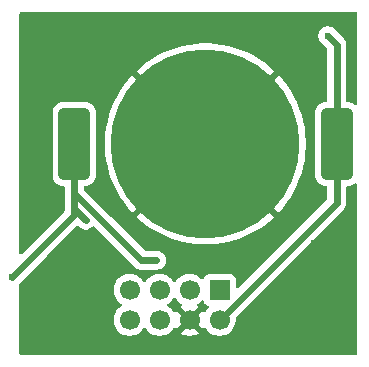
<source format=gbr>
%TF.GenerationSoftware,KiCad,Pcbnew,9.0.1*%
%TF.CreationDate,2025-08-08T13:51:02+02:00*%
%TF.ProjectId,remote,72656d6f-7465-42e6-9b69-6361645f7063,rev?*%
%TF.SameCoordinates,Original*%
%TF.FileFunction,Copper,L2,Bot*%
%TF.FilePolarity,Positive*%
%FSLAX46Y46*%
G04 Gerber Fmt 4.6, Leading zero omitted, Abs format (unit mm)*
G04 Created by KiCad (PCBNEW 9.0.1) date 2025-08-08 13:51:02*
%MOMM*%
%LPD*%
G01*
G04 APERTURE LIST*
G04 Aperture macros list*
%AMRoundRect*
0 Rectangle with rounded corners*
0 $1 Rounding radius*
0 $2 $3 $4 $5 $6 $7 $8 $9 X,Y pos of 4 corners*
0 Add a 4 corners polygon primitive as box body*
4,1,4,$2,$3,$4,$5,$6,$7,$8,$9,$2,$3,0*
0 Add four circle primitives for the rounded corners*
1,1,$1+$1,$2,$3*
1,1,$1+$1,$4,$5*
1,1,$1+$1,$6,$7*
1,1,$1+$1,$8,$9*
0 Add four rect primitives between the rounded corners*
20,1,$1+$1,$2,$3,$4,$5,0*
20,1,$1+$1,$4,$5,$6,$7,0*
20,1,$1+$1,$6,$7,$8,$9,0*
20,1,$1+$1,$8,$9,$2,$3,0*%
G04 Aperture macros list end*
%TA.AperFunction,SMDPad,CuDef*%
%ADD10RoundRect,0.397500X0.927500X2.652500X-0.927500X2.652500X-0.927500X-2.652500X0.927500X-2.652500X0*%
%TD*%
%TA.AperFunction,SMDPad,CuDef*%
%ADD11C,16.000000*%
%TD*%
%TA.AperFunction,ComponentPad*%
%ADD12R,1.700000X1.700000*%
%TD*%
%TA.AperFunction,ComponentPad*%
%ADD13C,1.700000*%
%TD*%
%TA.AperFunction,ViaPad*%
%ADD14C,0.600000*%
%TD*%
%TA.AperFunction,Conductor*%
%ADD15C,0.600000*%
%TD*%
%TA.AperFunction,Conductor*%
%ADD16C,0.300000*%
%TD*%
G04 APERTURE END LIST*
D10*
%TO.P,BT1,1,+*%
%TO.N,+3V3*%
X132775000Y-111650000D03*
X110525000Y-111650000D03*
D11*
%TO.P,BT1,2,-*%
%TO.N,GND*%
X121650000Y-111650000D03*
%TD*%
D12*
%TO.P,J1,1,Pin_1*%
%TO.N,/SWCLK*%
X122850000Y-124010000D03*
D13*
%TO.P,J1,2,Pin_2*%
%TO.N,+3V3*%
X122850000Y-126550000D03*
%TO.P,J1,3,Pin_3*%
%TO.N,/SWDIO*%
X120310000Y-124010000D03*
%TO.P,J1,4,Pin_4*%
%TO.N,GND*%
X120310000Y-126550000D03*
%TO.P,J1,5,Pin_5*%
%TO.N,/USART1_RX*%
X117770000Y-124010000D03*
%TO.P,J1,6,Pin_6*%
%TO.N,/SCL*%
X117770000Y-126550000D03*
%TO.P,J1,7,Pin_7*%
%TO.N,/USART1_TX*%
X115230000Y-124010000D03*
%TO.P,J1,8,Pin_8*%
%TO.N,/SDA*%
X115230000Y-126550000D03*
%TD*%
D14*
%TO.N,GND*%
X129800000Y-106100000D03*
%TO.N,+3V3*%
X117500000Y-121500000D03*
X111500000Y-118100000D03*
%TO.N,GND*%
X106900000Y-117700000D03*
X130800000Y-105700000D03*
%TO.N,+3V3*%
X132000000Y-102500000D03*
%TO.N,GND*%
X131400000Y-107500000D03*
%TO.N,+3V3*%
X105300000Y-122900000D03*
%TO.N,GND*%
X111400000Y-126100000D03*
X111500000Y-124600000D03*
X113350000Y-101800000D03*
X113200000Y-103275000D03*
X115300000Y-114500000D03*
X112750000Y-122775000D03*
X129975000Y-108125000D03*
X130850000Y-120025000D03*
X118875000Y-113950000D03*
X116900000Y-110200000D03*
X131750000Y-121850000D03*
X125650000Y-121175000D03*
X127650000Y-111775000D03*
X118575000Y-110225000D03*
X129500000Y-107225000D03*
%TD*%
D15*
%TO.N,+3V3*%
X110525000Y-115825000D02*
X116200000Y-121500000D01*
X110525000Y-114525000D02*
X110525000Y-115825000D01*
X116200000Y-121500000D02*
X117500000Y-121500000D01*
D16*
X110525000Y-111650000D02*
X110525000Y-114525000D01*
D15*
X110525000Y-117675000D02*
X105300000Y-122900000D01*
X110525000Y-111650000D02*
X110525000Y-117675000D01*
X110525000Y-117125000D02*
X111500000Y-118100000D01*
D16*
X110525000Y-111650000D02*
X110525000Y-117125000D01*
D15*
X132775000Y-103275000D02*
X132000000Y-102500000D01*
X132775000Y-111650000D02*
X132775000Y-103275000D01*
X132775000Y-111650000D02*
X132775000Y-116625000D01*
X132775000Y-116625000D02*
X122850000Y-126550000D01*
%TD*%
%TA.AperFunction,Conductor*%
%TO.N,GND*%
G36*
X134442539Y-100520185D02*
G01*
X134488294Y-100572989D01*
X134499500Y-100624500D01*
X134499500Y-108227417D01*
X134479815Y-108294456D01*
X134427011Y-108340211D01*
X134357853Y-108350155D01*
X134297464Y-108323783D01*
X134194284Y-108240229D01*
X134194283Y-108240228D01*
X134194280Y-108240226D01*
X134026087Y-108154527D01*
X134026086Y-108154526D01*
X134026085Y-108154526D01*
X133843750Y-108105670D01*
X133765349Y-108099500D01*
X133765344Y-108099500D01*
X133699500Y-108099500D01*
X133632461Y-108079815D01*
X133586706Y-108027011D01*
X133575500Y-107975500D01*
X133575500Y-103196157D01*
X133573229Y-103184743D01*
X133566418Y-103150500D01*
X133544738Y-103041503D01*
X133484394Y-102895821D01*
X133484392Y-102895818D01*
X133484390Y-102895814D01*
X133396789Y-102764711D01*
X133396786Y-102764707D01*
X132510292Y-101878213D01*
X132510288Y-101878210D01*
X132379185Y-101790609D01*
X132379172Y-101790602D01*
X132233501Y-101730264D01*
X132233489Y-101730261D01*
X132078845Y-101699500D01*
X132078842Y-101699500D01*
X131921158Y-101699500D01*
X131921155Y-101699500D01*
X131766510Y-101730261D01*
X131766498Y-101730264D01*
X131620827Y-101790602D01*
X131620814Y-101790609D01*
X131489711Y-101878210D01*
X131489707Y-101878213D01*
X131378213Y-101989707D01*
X131378210Y-101989711D01*
X131290609Y-102120814D01*
X131290602Y-102120827D01*
X131230264Y-102266498D01*
X131230261Y-102266510D01*
X131199500Y-102421153D01*
X131199500Y-102578846D01*
X131230261Y-102733489D01*
X131230264Y-102733501D01*
X131290602Y-102879172D01*
X131290609Y-102879185D01*
X131378210Y-103010288D01*
X131378213Y-103010292D01*
X131938181Y-103570259D01*
X131971666Y-103631582D01*
X131974500Y-103657940D01*
X131974500Y-107975500D01*
X131954815Y-108042539D01*
X131902011Y-108088294D01*
X131850500Y-108099500D01*
X131784650Y-108099500D01*
X131706250Y-108105670D01*
X131706249Y-108105670D01*
X131523914Y-108154526D01*
X131436415Y-108199109D01*
X131355720Y-108240226D01*
X131355718Y-108240227D01*
X131355715Y-108240229D01*
X131209021Y-108359021D01*
X131090229Y-108505715D01*
X131004526Y-108673914D01*
X130955670Y-108856249D01*
X130955670Y-108856250D01*
X130949500Y-108934650D01*
X130949500Y-114365349D01*
X130955670Y-114443749D01*
X130955670Y-114443750D01*
X130955671Y-114443752D01*
X131004527Y-114626087D01*
X131090226Y-114794280D01*
X131209021Y-114940979D01*
X131355720Y-115059774D01*
X131523913Y-115145473D01*
X131706248Y-115194329D01*
X131784656Y-115200500D01*
X131850500Y-115200500D01*
X131917539Y-115220185D01*
X131963294Y-115272989D01*
X131974500Y-115324500D01*
X131974500Y-116242059D01*
X131954815Y-116309098D01*
X131938181Y-116329740D01*
X124412180Y-123855741D01*
X124350857Y-123889226D01*
X124281165Y-123884242D01*
X124225232Y-123842370D01*
X124200815Y-123776906D01*
X124200499Y-123768060D01*
X124200499Y-123112129D01*
X124200498Y-123112123D01*
X124194091Y-123052516D01*
X124143797Y-122917671D01*
X124143793Y-122917664D01*
X124057547Y-122802455D01*
X124057544Y-122802452D01*
X123942335Y-122716206D01*
X123942328Y-122716202D01*
X123807482Y-122665908D01*
X123807483Y-122665908D01*
X123747883Y-122659501D01*
X123747881Y-122659500D01*
X123747873Y-122659500D01*
X123747864Y-122659500D01*
X121952129Y-122659500D01*
X121952123Y-122659501D01*
X121892516Y-122665908D01*
X121757671Y-122716202D01*
X121757664Y-122716206D01*
X121642455Y-122802452D01*
X121642452Y-122802455D01*
X121556206Y-122917664D01*
X121556203Y-122917669D01*
X121507189Y-123049083D01*
X121465317Y-123105016D01*
X121399853Y-123129433D01*
X121331580Y-123114581D01*
X121303326Y-123093430D01*
X121189786Y-122979890D01*
X121017820Y-122854951D01*
X120828414Y-122758444D01*
X120828413Y-122758443D01*
X120828412Y-122758443D01*
X120626243Y-122692754D01*
X120626241Y-122692753D01*
X120626240Y-122692753D01*
X120460502Y-122666503D01*
X120416287Y-122659500D01*
X120203713Y-122659500D01*
X120159498Y-122666503D01*
X119993760Y-122692753D01*
X119791585Y-122758444D01*
X119602179Y-122854951D01*
X119430213Y-122979890D01*
X119279890Y-123130213D01*
X119154949Y-123302182D01*
X119150484Y-123310946D01*
X119102509Y-123361742D01*
X119034688Y-123378536D01*
X118968553Y-123355998D01*
X118929516Y-123310946D01*
X118925050Y-123302182D01*
X118800109Y-123130213D01*
X118649786Y-122979890D01*
X118477820Y-122854951D01*
X118288414Y-122758444D01*
X118288413Y-122758443D01*
X118288412Y-122758443D01*
X118086243Y-122692754D01*
X118086241Y-122692753D01*
X118086240Y-122692753D01*
X117920502Y-122666503D01*
X117876287Y-122659500D01*
X117663713Y-122659500D01*
X117619498Y-122666503D01*
X117453760Y-122692753D01*
X117251585Y-122758444D01*
X117062179Y-122854951D01*
X116890213Y-122979890D01*
X116739890Y-123130213D01*
X116614949Y-123302182D01*
X116610484Y-123310946D01*
X116562509Y-123361742D01*
X116494688Y-123378536D01*
X116428553Y-123355998D01*
X116389516Y-123310946D01*
X116385050Y-123302182D01*
X116260109Y-123130213D01*
X116109786Y-122979890D01*
X115937820Y-122854951D01*
X115748414Y-122758444D01*
X115748413Y-122758443D01*
X115748412Y-122758443D01*
X115546243Y-122692754D01*
X115546241Y-122692753D01*
X115546240Y-122692753D01*
X115380502Y-122666503D01*
X115336287Y-122659500D01*
X115123713Y-122659500D01*
X115079498Y-122666503D01*
X114913760Y-122692753D01*
X114711585Y-122758444D01*
X114522179Y-122854951D01*
X114350213Y-122979890D01*
X114199890Y-123130213D01*
X114074951Y-123302179D01*
X113978444Y-123491585D01*
X113912753Y-123693760D01*
X113879500Y-123903713D01*
X113879500Y-124116286D01*
X113912753Y-124326239D01*
X113978444Y-124528414D01*
X114074951Y-124717820D01*
X114199890Y-124889786D01*
X114350213Y-125040109D01*
X114522182Y-125165050D01*
X114530946Y-125169516D01*
X114581742Y-125217491D01*
X114598536Y-125285312D01*
X114575998Y-125351447D01*
X114530946Y-125390484D01*
X114522182Y-125394949D01*
X114350213Y-125519890D01*
X114199890Y-125670213D01*
X114074951Y-125842179D01*
X113978444Y-126031585D01*
X113912753Y-126233760D01*
X113879500Y-126443713D01*
X113879500Y-126656286D01*
X113912753Y-126866239D01*
X113978444Y-127068414D01*
X114074951Y-127257820D01*
X114199890Y-127429786D01*
X114350213Y-127580109D01*
X114522179Y-127705048D01*
X114522181Y-127705049D01*
X114522184Y-127705051D01*
X114711588Y-127801557D01*
X114913757Y-127867246D01*
X115123713Y-127900500D01*
X115123714Y-127900500D01*
X115336286Y-127900500D01*
X115336287Y-127900500D01*
X115546243Y-127867246D01*
X115748412Y-127801557D01*
X115937816Y-127705051D01*
X115992572Y-127665269D01*
X116109786Y-127580109D01*
X116109788Y-127580106D01*
X116109792Y-127580104D01*
X116260104Y-127429792D01*
X116260106Y-127429788D01*
X116260109Y-127429786D01*
X116385048Y-127257820D01*
X116385047Y-127257820D01*
X116385051Y-127257816D01*
X116389514Y-127249054D01*
X116437488Y-127198259D01*
X116505308Y-127181463D01*
X116571444Y-127203999D01*
X116610486Y-127249056D01*
X116614951Y-127257820D01*
X116739890Y-127429786D01*
X116890213Y-127580109D01*
X117062179Y-127705048D01*
X117062181Y-127705049D01*
X117062184Y-127705051D01*
X117251588Y-127801557D01*
X117453757Y-127867246D01*
X117663713Y-127900500D01*
X117663714Y-127900500D01*
X117876286Y-127900500D01*
X117876287Y-127900500D01*
X118086243Y-127867246D01*
X118288412Y-127801557D01*
X118477816Y-127705051D01*
X118532572Y-127665269D01*
X118649786Y-127580109D01*
X118649788Y-127580106D01*
X118649792Y-127580104D01*
X118800104Y-127429792D01*
X118800106Y-127429788D01*
X118800109Y-127429786D01*
X118885890Y-127311717D01*
X118925051Y-127257816D01*
X118929793Y-127248508D01*
X118977763Y-127197711D01*
X119045583Y-127180911D01*
X119111719Y-127203445D01*
X119150763Y-127248500D01*
X119155373Y-127257547D01*
X119194728Y-127311716D01*
X119827037Y-126679408D01*
X119844075Y-126742993D01*
X119909901Y-126857007D01*
X120002993Y-126950099D01*
X120117007Y-127015925D01*
X120180590Y-127032962D01*
X119548282Y-127665269D01*
X119548282Y-127665270D01*
X119602449Y-127704624D01*
X119791782Y-127801095D01*
X119993870Y-127866757D01*
X120203754Y-127900000D01*
X120416246Y-127900000D01*
X120626127Y-127866757D01*
X120626130Y-127866757D01*
X120828217Y-127801095D01*
X121017554Y-127704622D01*
X121071716Y-127665270D01*
X121071717Y-127665270D01*
X120439408Y-127032962D01*
X120502993Y-127015925D01*
X120617007Y-126950099D01*
X120710099Y-126857007D01*
X120775925Y-126742993D01*
X120792962Y-126679409D01*
X121425270Y-127311717D01*
X121425270Y-127311716D01*
X121464622Y-127257555D01*
X121469232Y-127248507D01*
X121517205Y-127197709D01*
X121585025Y-127180912D01*
X121651161Y-127203447D01*
X121690204Y-127248504D01*
X121694949Y-127257817D01*
X121819890Y-127429786D01*
X121970213Y-127580109D01*
X122142179Y-127705048D01*
X122142181Y-127705049D01*
X122142184Y-127705051D01*
X122331588Y-127801557D01*
X122533757Y-127867246D01*
X122743713Y-127900500D01*
X122743714Y-127900500D01*
X122956286Y-127900500D01*
X122956287Y-127900500D01*
X123166243Y-127867246D01*
X123368412Y-127801557D01*
X123557816Y-127705051D01*
X123612572Y-127665269D01*
X123729786Y-127580109D01*
X123729788Y-127580106D01*
X123729792Y-127580104D01*
X123880104Y-127429792D01*
X123880106Y-127429788D01*
X123880109Y-127429786D01*
X124005048Y-127257820D01*
X124005047Y-127257820D01*
X124005051Y-127257816D01*
X124101557Y-127068412D01*
X124167246Y-126866243D01*
X124200500Y-126656287D01*
X124200500Y-126443713D01*
X124195051Y-126409312D01*
X124204005Y-126340020D01*
X124229840Y-126302236D01*
X133396789Y-117135289D01*
X133484394Y-117004179D01*
X133544738Y-116858497D01*
X133575500Y-116703842D01*
X133575500Y-116546157D01*
X133575500Y-115324500D01*
X133595185Y-115257461D01*
X133647989Y-115211706D01*
X133699500Y-115200500D01*
X133765338Y-115200500D01*
X133765344Y-115200500D01*
X133843752Y-115194329D01*
X134026087Y-115145473D01*
X134194280Y-115059774D01*
X134297464Y-114976216D01*
X134361950Y-114949325D01*
X134430739Y-114961566D01*
X134481990Y-115009054D01*
X134499500Y-115072582D01*
X134499500Y-129375500D01*
X134479815Y-129442539D01*
X134427011Y-129488294D01*
X134375500Y-129499500D01*
X106024000Y-129499500D01*
X105956961Y-129479815D01*
X105911206Y-129427011D01*
X105900000Y-129375500D01*
X105900000Y-123483440D01*
X105919685Y-123416401D01*
X105936319Y-123395759D01*
X108211264Y-121120814D01*
X110712320Y-118619757D01*
X110773641Y-118586274D01*
X110843333Y-118591258D01*
X110887680Y-118619759D01*
X110989707Y-118721786D01*
X110989711Y-118721789D01*
X111120814Y-118809390D01*
X111120827Y-118809397D01*
X111266498Y-118869735D01*
X111266503Y-118869737D01*
X111266507Y-118869737D01*
X111266508Y-118869738D01*
X111421154Y-118900500D01*
X111421157Y-118900500D01*
X111578844Y-118900500D01*
X111578845Y-118900499D01*
X111733497Y-118869737D01*
X111879179Y-118809394D01*
X112010289Y-118721789D01*
X112062318Y-118669760D01*
X112123641Y-118636274D01*
X112193333Y-118641258D01*
X112237681Y-118669759D01*
X115578211Y-122010289D01*
X115689708Y-122121786D01*
X115689712Y-122121790D01*
X115820814Y-122209390D01*
X115820827Y-122209397D01*
X115966498Y-122269735D01*
X115966503Y-122269737D01*
X116121153Y-122300499D01*
X116121156Y-122300500D01*
X116121158Y-122300500D01*
X117578844Y-122300500D01*
X117578845Y-122300499D01*
X117733497Y-122269737D01*
X117879179Y-122209394D01*
X118010289Y-122121789D01*
X118121789Y-122010289D01*
X118209394Y-121879179D01*
X118269737Y-121733497D01*
X118300500Y-121578842D01*
X118300500Y-121421158D01*
X118300500Y-121421155D01*
X118300499Y-121421153D01*
X118269738Y-121266510D01*
X118269737Y-121266503D01*
X118269735Y-121266498D01*
X118209397Y-121120827D01*
X118209390Y-121120814D01*
X118121789Y-120989711D01*
X118121786Y-120989707D01*
X118010292Y-120878213D01*
X118010288Y-120878210D01*
X117879185Y-120790609D01*
X117879172Y-120790602D01*
X117733501Y-120730264D01*
X117733489Y-120730261D01*
X117578845Y-120699500D01*
X117578842Y-120699500D01*
X116582940Y-120699500D01*
X116515901Y-120679815D01*
X116495259Y-120663181D01*
X113669262Y-117837184D01*
X115816369Y-117837184D01*
X115836348Y-117857163D01*
X116254775Y-118224113D01*
X116696286Y-118562897D01*
X117158992Y-118872068D01*
X117159027Y-118872090D01*
X117640980Y-119150346D01*
X118140107Y-119396488D01*
X118654262Y-119609458D01*
X118654273Y-119609462D01*
X119181253Y-119788348D01*
X119718794Y-119932381D01*
X119718834Y-119932391D01*
X120264637Y-120040959D01*
X120264648Y-120040961D01*
X120816402Y-120113600D01*
X121371750Y-120150000D01*
X121928250Y-120150000D01*
X122483597Y-120113600D01*
X123035351Y-120040961D01*
X123035362Y-120040959D01*
X123581165Y-119932391D01*
X123581205Y-119932381D01*
X124118746Y-119788348D01*
X124645726Y-119609462D01*
X124645737Y-119609458D01*
X125159892Y-119396488D01*
X125659019Y-119150346D01*
X126140972Y-118872090D01*
X126141008Y-118872068D01*
X126603713Y-118562897D01*
X127045224Y-118224113D01*
X127463636Y-117857177D01*
X127483629Y-117837183D01*
X121650000Y-112003553D01*
X115816369Y-117837184D01*
X113669262Y-117837184D01*
X111361819Y-115529741D01*
X111347115Y-115502813D01*
X111330523Y-115476995D01*
X111329631Y-115470794D01*
X111328334Y-115468418D01*
X111325500Y-115442060D01*
X111325500Y-115324500D01*
X111345185Y-115257461D01*
X111397989Y-115211706D01*
X111449500Y-115200500D01*
X111515338Y-115200500D01*
X111515344Y-115200500D01*
X111593752Y-115194329D01*
X111776087Y-115145473D01*
X111944280Y-115059774D01*
X112090979Y-114940979D01*
X112209774Y-114794280D01*
X112295473Y-114626087D01*
X112344329Y-114443752D01*
X112350500Y-114365344D01*
X112350500Y-111371750D01*
X113150000Y-111371750D01*
X113150000Y-111928249D01*
X113186399Y-112483597D01*
X113259038Y-113035351D01*
X113259040Y-113035362D01*
X113367608Y-113581165D01*
X113367618Y-113581205D01*
X113511651Y-114118746D01*
X113690537Y-114645726D01*
X113690541Y-114645737D01*
X113903511Y-115159892D01*
X114149653Y-115659019D01*
X114427909Y-116140972D01*
X114427925Y-116140997D01*
X114737102Y-116603713D01*
X115075886Y-117045224D01*
X115442836Y-117463651D01*
X115462815Y-117483630D01*
X121296446Y-111650000D01*
X122003553Y-111650000D01*
X127837183Y-117483629D01*
X127857177Y-117463636D01*
X128224113Y-117045224D01*
X128562897Y-116603713D01*
X128872074Y-116140997D01*
X128872090Y-116140972D01*
X129150346Y-115659019D01*
X129396488Y-115159892D01*
X129609458Y-114645737D01*
X129609462Y-114645726D01*
X129788348Y-114118746D01*
X129932381Y-113581205D01*
X129932391Y-113581165D01*
X130040959Y-113035362D01*
X130040961Y-113035351D01*
X130113600Y-112483597D01*
X130150000Y-111928249D01*
X130150000Y-111371750D01*
X130113600Y-110816402D01*
X130040961Y-110264648D01*
X130040959Y-110264637D01*
X129932391Y-109718834D01*
X129932381Y-109718794D01*
X129788348Y-109181253D01*
X129609462Y-108654273D01*
X129609458Y-108654262D01*
X129396488Y-108140107D01*
X129150346Y-107640980D01*
X128872090Y-107159027D01*
X128872074Y-107159002D01*
X128562897Y-106696286D01*
X128224113Y-106254775D01*
X127857163Y-105836348D01*
X127837184Y-105816369D01*
X122003553Y-111650000D01*
X121296446Y-111650000D01*
X121296446Y-111649999D01*
X115462815Y-105816368D01*
X115462815Y-105816369D01*
X115442829Y-105836355D01*
X115075886Y-106254775D01*
X114737102Y-106696286D01*
X114427925Y-107159002D01*
X114427909Y-107159027D01*
X114149653Y-107640980D01*
X113903511Y-108140107D01*
X113690541Y-108654262D01*
X113690537Y-108654273D01*
X113511651Y-109181253D01*
X113367618Y-109718794D01*
X113367608Y-109718834D01*
X113259040Y-110264637D01*
X113259038Y-110264648D01*
X113186399Y-110816402D01*
X113150000Y-111371750D01*
X112350500Y-111371750D01*
X112350500Y-108934656D01*
X112344329Y-108856248D01*
X112295473Y-108673913D01*
X112209774Y-108505720D01*
X112090979Y-108359021D01*
X111944280Y-108240226D01*
X111776087Y-108154527D01*
X111776086Y-108154526D01*
X111776085Y-108154526D01*
X111593750Y-108105670D01*
X111515349Y-108099500D01*
X111515344Y-108099500D01*
X109534656Y-108099500D01*
X109534650Y-108099500D01*
X109456250Y-108105670D01*
X109456249Y-108105670D01*
X109273914Y-108154526D01*
X109186415Y-108199109D01*
X109105720Y-108240226D01*
X109105718Y-108240227D01*
X109105715Y-108240229D01*
X108959021Y-108359021D01*
X108840229Y-108505715D01*
X108754526Y-108673914D01*
X108705670Y-108856249D01*
X108705670Y-108856250D01*
X108699500Y-108934650D01*
X108699500Y-114365349D01*
X108705670Y-114443749D01*
X108705670Y-114443750D01*
X108705671Y-114443752D01*
X108754527Y-114626087D01*
X108840226Y-114794280D01*
X108959021Y-114940979D01*
X109105720Y-115059774D01*
X109273913Y-115145473D01*
X109456248Y-115194329D01*
X109534656Y-115200500D01*
X109600500Y-115200500D01*
X109667539Y-115220185D01*
X109713294Y-115272989D01*
X109724500Y-115324500D01*
X109724500Y-117292060D01*
X109704815Y-117359099D01*
X109688181Y-117379741D01*
X106111681Y-120956241D01*
X106050358Y-120989726D01*
X105980666Y-120984742D01*
X105924733Y-120942870D01*
X105900316Y-120877406D01*
X105900000Y-120868560D01*
X105900000Y-105462815D01*
X115816368Y-105462815D01*
X121649999Y-111296446D01*
X127483630Y-105462816D01*
X127483630Y-105462814D01*
X127463652Y-105442837D01*
X127045224Y-105075886D01*
X126603713Y-104737102D01*
X126140997Y-104427925D01*
X126140972Y-104427909D01*
X125659019Y-104149653D01*
X125159892Y-103903511D01*
X124645737Y-103690541D01*
X124645726Y-103690537D01*
X124118746Y-103511651D01*
X123581205Y-103367618D01*
X123581165Y-103367608D01*
X123035362Y-103259040D01*
X123035351Y-103259038D01*
X122483597Y-103186399D01*
X121928250Y-103150000D01*
X121371750Y-103150000D01*
X120816402Y-103186399D01*
X120264648Y-103259038D01*
X120264637Y-103259040D01*
X119718834Y-103367608D01*
X119718794Y-103367618D01*
X119181253Y-103511651D01*
X118654273Y-103690537D01*
X118654262Y-103690541D01*
X118140107Y-103903511D01*
X117640980Y-104149653D01*
X117159027Y-104427909D01*
X117159002Y-104427925D01*
X116696286Y-104737102D01*
X116254775Y-105075886D01*
X115836355Y-105442829D01*
X115816369Y-105462815D01*
X115816368Y-105462815D01*
X105900000Y-105462815D01*
X105900000Y-100624500D01*
X105919685Y-100557461D01*
X105972489Y-100511706D01*
X106024000Y-100500500D01*
X134375500Y-100500500D01*
X134442539Y-100520185D01*
G37*
%TD.AperFunction*%
%TA.AperFunction,Conductor*%
G36*
X119111444Y-124663999D02*
G01*
X119150486Y-124709056D01*
X119154951Y-124717820D01*
X119279890Y-124889786D01*
X119430213Y-125040109D01*
X119602179Y-125165048D01*
X119602181Y-125165049D01*
X119602184Y-125165051D01*
X119611493Y-125169794D01*
X119662290Y-125217766D01*
X119679087Y-125285587D01*
X119656552Y-125351722D01*
X119611505Y-125390760D01*
X119602446Y-125395376D01*
X119602440Y-125395380D01*
X119548282Y-125434727D01*
X119548282Y-125434728D01*
X120180591Y-126067037D01*
X120117007Y-126084075D01*
X120002993Y-126149901D01*
X119909901Y-126242993D01*
X119844075Y-126357007D01*
X119827037Y-126420591D01*
X119194728Y-125788282D01*
X119194727Y-125788282D01*
X119155380Y-125842440D01*
X119155376Y-125842446D01*
X119150760Y-125851505D01*
X119102781Y-125902297D01*
X119034959Y-125919087D01*
X118968826Y-125896543D01*
X118929794Y-125851493D01*
X118925051Y-125842184D01*
X118925049Y-125842181D01*
X118925048Y-125842179D01*
X118800109Y-125670213D01*
X118649786Y-125519890D01*
X118477820Y-125394951D01*
X118469600Y-125390763D01*
X118469054Y-125390485D01*
X118418259Y-125342512D01*
X118401463Y-125274692D01*
X118423999Y-125208556D01*
X118469054Y-125169515D01*
X118477816Y-125165051D01*
X118564138Y-125102335D01*
X118649786Y-125040109D01*
X118649788Y-125040106D01*
X118649792Y-125040104D01*
X118800104Y-124889792D01*
X118800106Y-124889788D01*
X118800109Y-124889786D01*
X118925048Y-124717820D01*
X118925047Y-124717820D01*
X118925051Y-124717816D01*
X118929514Y-124709054D01*
X118977488Y-124658259D01*
X119045308Y-124641463D01*
X119111444Y-124663999D01*
G37*
%TD.AperFunction*%
%TA.AperFunction,Conductor*%
G36*
X121434340Y-124898068D02*
G01*
X121490274Y-124939939D01*
X121507189Y-124970917D01*
X121556202Y-125102328D01*
X121556206Y-125102335D01*
X121642452Y-125217544D01*
X121642455Y-125217547D01*
X121757664Y-125303793D01*
X121757671Y-125303797D01*
X121889082Y-125352810D01*
X121945016Y-125394681D01*
X121969433Y-125460145D01*
X121954582Y-125528418D01*
X121933431Y-125556673D01*
X121819889Y-125670215D01*
X121694949Y-125842182D01*
X121690202Y-125851499D01*
X121642227Y-125902293D01*
X121574405Y-125919087D01*
X121508271Y-125896548D01*
X121469234Y-125851495D01*
X121464626Y-125842452D01*
X121425270Y-125788282D01*
X121425269Y-125788282D01*
X120792962Y-126420590D01*
X120775925Y-126357007D01*
X120710099Y-126242993D01*
X120617007Y-126149901D01*
X120502993Y-126084075D01*
X120439409Y-126067037D01*
X121071716Y-125434728D01*
X121017547Y-125395373D01*
X121017547Y-125395372D01*
X121008500Y-125390763D01*
X120957706Y-125342788D01*
X120940912Y-125274966D01*
X120963451Y-125208832D01*
X121008508Y-125169793D01*
X121017816Y-125165051D01*
X121189792Y-125040104D01*
X121303329Y-124926566D01*
X121364648Y-124893084D01*
X121434340Y-124898068D01*
G37*
%TD.AperFunction*%
%TD*%
M02*

</source>
